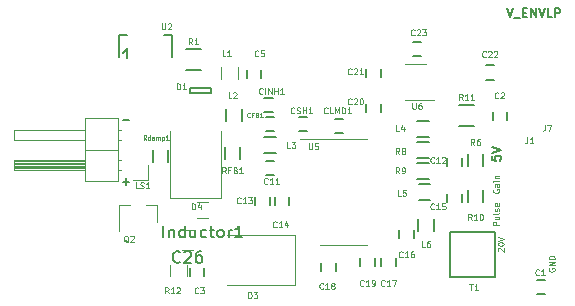
<source format=gbr>
G04 #@! TF.FileFunction,Legend,Top*
%FSLAX46Y46*%
G04 Gerber Fmt 4.6, Leading zero omitted, Abs format (unit mm)*
G04 Created by KiCad (PCBNEW 4.0.7) date Thursday, November 02, 2017 'PMt' 11:05:42 PM*
%MOMM*%
%LPD*%
G01*
G04 APERTURE LIST*
%ADD10C,0.100000*%
%ADD11C,0.127000*%
%ADD12C,0.101600*%
%ADD13C,0.120000*%
%ADD14C,0.150000*%
%ADD15C,0.076200*%
G04 APERTURE END LIST*
D10*
D11*
X129122715Y-97844429D02*
X129703286Y-97844429D01*
X129122715Y-103051429D02*
X129703286Y-103051429D01*
X129413000Y-103341714D02*
X129413000Y-102761143D01*
D12*
X165227000Y-110369047D02*
X165202810Y-110417428D01*
X165202810Y-110490000D01*
X165227000Y-110562571D01*
X165275381Y-110610952D01*
X165323762Y-110635143D01*
X165420524Y-110659333D01*
X165493095Y-110659333D01*
X165589857Y-110635143D01*
X165638238Y-110610952D01*
X165686619Y-110562571D01*
X165710810Y-110490000D01*
X165710810Y-110441619D01*
X165686619Y-110369047D01*
X165662429Y-110344857D01*
X165493095Y-110344857D01*
X165493095Y-110441619D01*
X165710810Y-110127143D02*
X165202810Y-110127143D01*
X165710810Y-109836857D01*
X165202810Y-109836857D01*
X165710810Y-109594953D02*
X165202810Y-109594953D01*
X165202810Y-109474000D01*
X165227000Y-109401429D01*
X165275381Y-109353048D01*
X165323762Y-109328857D01*
X165420524Y-109304667D01*
X165493095Y-109304667D01*
X165589857Y-109328857D01*
X165638238Y-109353048D01*
X165686619Y-109401429D01*
X165710810Y-109474000D01*
X165710810Y-109594953D01*
X160933190Y-108935762D02*
X160909000Y-108911572D01*
X160884810Y-108863191D01*
X160884810Y-108742238D01*
X160909000Y-108693857D01*
X160933190Y-108669667D01*
X160981571Y-108645476D01*
X161029952Y-108645476D01*
X161102524Y-108669667D01*
X161392810Y-108959953D01*
X161392810Y-108645476D01*
X160884810Y-108331000D02*
X160884810Y-108282619D01*
X160909000Y-108234238D01*
X160933190Y-108210047D01*
X160981571Y-108185857D01*
X161078333Y-108161666D01*
X161199286Y-108161666D01*
X161296048Y-108185857D01*
X161344429Y-108210047D01*
X161368619Y-108234238D01*
X161392810Y-108282619D01*
X161392810Y-108331000D01*
X161368619Y-108379381D01*
X161344429Y-108403571D01*
X161296048Y-108427762D01*
X161199286Y-108451952D01*
X161078333Y-108451952D01*
X160981571Y-108427762D01*
X160933190Y-108403571D01*
X160909000Y-108379381D01*
X160884810Y-108331000D01*
X160884810Y-108016523D02*
X161392810Y-107847190D01*
X160884810Y-107677856D01*
X161011810Y-106710238D02*
X160503810Y-106710238D01*
X160503810Y-106516714D01*
X160528000Y-106468333D01*
X160552190Y-106444142D01*
X160600571Y-106419952D01*
X160673143Y-106419952D01*
X160721524Y-106444142D01*
X160745714Y-106468333D01*
X160769905Y-106516714D01*
X160769905Y-106710238D01*
X160673143Y-105984523D02*
X161011810Y-105984523D01*
X160673143Y-106202238D02*
X160939238Y-106202238D01*
X160987619Y-106178047D01*
X161011810Y-106129666D01*
X161011810Y-106057095D01*
X160987619Y-106008714D01*
X160963429Y-105984523D01*
X161011810Y-105670047D02*
X160987619Y-105718428D01*
X160939238Y-105742619D01*
X160503810Y-105742619D01*
X160987619Y-105500714D02*
X161011810Y-105452333D01*
X161011810Y-105355571D01*
X160987619Y-105307190D01*
X160939238Y-105283000D01*
X160915048Y-105283000D01*
X160866667Y-105307190D01*
X160842476Y-105355571D01*
X160842476Y-105428143D01*
X160818286Y-105476524D01*
X160769905Y-105500714D01*
X160745714Y-105500714D01*
X160697333Y-105476524D01*
X160673143Y-105428143D01*
X160673143Y-105355571D01*
X160697333Y-105307190D01*
X160987619Y-104871762D02*
X161011810Y-104920143D01*
X161011810Y-105016905D01*
X160987619Y-105065286D01*
X160939238Y-105089476D01*
X160745714Y-105089476D01*
X160697333Y-105065286D01*
X160673143Y-105016905D01*
X160673143Y-104920143D01*
X160697333Y-104871762D01*
X160745714Y-104847571D01*
X160794095Y-104847571D01*
X160842476Y-105089476D01*
X160528000Y-103698523D02*
X160503810Y-103746904D01*
X160503810Y-103819476D01*
X160528000Y-103892047D01*
X160576381Y-103940428D01*
X160624762Y-103964619D01*
X160721524Y-103988809D01*
X160794095Y-103988809D01*
X160890857Y-103964619D01*
X160939238Y-103940428D01*
X160987619Y-103892047D01*
X161011810Y-103819476D01*
X161011810Y-103771095D01*
X160987619Y-103698523D01*
X160963429Y-103674333D01*
X160794095Y-103674333D01*
X160794095Y-103771095D01*
X161011810Y-103238904D02*
X160745714Y-103238904D01*
X160697333Y-103263095D01*
X160673143Y-103311476D01*
X160673143Y-103408238D01*
X160697333Y-103456619D01*
X160987619Y-103238904D02*
X161011810Y-103287285D01*
X161011810Y-103408238D01*
X160987619Y-103456619D01*
X160939238Y-103480809D01*
X160890857Y-103480809D01*
X160842476Y-103456619D01*
X160818286Y-103408238D01*
X160818286Y-103287285D01*
X160794095Y-103238904D01*
X161011810Y-102997000D02*
X160673143Y-102997000D01*
X160503810Y-102997000D02*
X160528000Y-103021190D01*
X160552190Y-102997000D01*
X160528000Y-102972809D01*
X160503810Y-102997000D01*
X160552190Y-102997000D01*
X160673143Y-102755095D02*
X161011810Y-102755095D01*
X160721524Y-102755095D02*
X160697333Y-102730904D01*
X160673143Y-102682523D01*
X160673143Y-102609952D01*
X160697333Y-102561571D01*
X160745714Y-102537380D01*
X161011810Y-102537380D01*
D11*
X160364714Y-100856142D02*
X160364714Y-101218999D01*
X160727571Y-101255285D01*
X160691286Y-101218999D01*
X160655000Y-101146428D01*
X160655000Y-100964999D01*
X160691286Y-100892428D01*
X160727571Y-100856142D01*
X160800143Y-100819857D01*
X160981571Y-100819857D01*
X161054143Y-100856142D01*
X161090429Y-100892428D01*
X161126714Y-100964999D01*
X161126714Y-101146428D01*
X161090429Y-101218999D01*
X161054143Y-101255285D01*
X160364714Y-100602143D02*
X161126714Y-100348143D01*
X160364714Y-100094143D01*
X161652857Y-88355714D02*
X161906857Y-89117714D01*
X162160857Y-88355714D01*
X162233429Y-89190286D02*
X162814000Y-89190286D01*
X162995429Y-88718571D02*
X163249429Y-88718571D01*
X163358286Y-89117714D02*
X162995429Y-89117714D01*
X162995429Y-88355714D01*
X163358286Y-88355714D01*
X163684858Y-89117714D02*
X163684858Y-88355714D01*
X164120286Y-89117714D01*
X164120286Y-88355714D01*
X164374286Y-88355714D02*
X164628286Y-89117714D01*
X164882286Y-88355714D01*
X165499144Y-89117714D02*
X165136287Y-89117714D01*
X165136287Y-88355714D01*
X165753144Y-89117714D02*
X165753144Y-88355714D01*
X166043429Y-88355714D01*
X166116001Y-88392000D01*
X166152286Y-88428286D01*
X166188572Y-88500857D01*
X166188572Y-88609714D01*
X166152286Y-88682286D01*
X166116001Y-88718571D01*
X166043429Y-88754857D01*
X165753144Y-88754857D01*
D13*
X134120000Y-108800000D02*
X135120000Y-108800000D01*
X135120000Y-107100000D02*
X134120000Y-107100000D01*
D14*
X154059000Y-99655000D02*
X155059000Y-99655000D01*
X155059000Y-101005000D02*
X154059000Y-101005000D01*
D13*
X145828000Y-108386000D02*
X149828000Y-108386000D01*
X144138000Y-99436000D02*
X149828000Y-99436000D01*
D14*
X134528000Y-91835000D02*
X135728000Y-91835000D01*
X135728000Y-93585000D02*
X134528000Y-93585000D01*
X139671500Y-94266500D02*
X139671500Y-93566500D01*
X140871500Y-93566500D02*
X140871500Y-94266500D01*
X129164080Y-92148660D02*
X129413000Y-91848940D01*
X129413000Y-91848940D02*
X129514600Y-91699080D01*
X129514600Y-91699080D02*
X129514600Y-92547440D01*
X128813560Y-90647520D02*
X128813560Y-92448380D01*
X128813560Y-90647520D02*
X129463800Y-90647520D01*
X133314440Y-90647520D02*
X133314440Y-92448380D01*
X133314440Y-90647520D02*
X132664200Y-90647520D01*
X134799500Y-95513500D02*
X136599500Y-95513500D01*
X136599500Y-95513500D02*
X136599500Y-95113500D01*
X136599500Y-95113500D02*
X134799500Y-95113500D01*
X134799500Y-95113500D02*
X134799500Y-95513500D01*
X141967000Y-102454000D02*
X141267000Y-102454000D01*
X141267000Y-101254000D02*
X141967000Y-101254000D01*
X156626000Y-101696000D02*
X156626000Y-100996000D01*
X157826000Y-100996000D02*
X157826000Y-101696000D01*
X141570000Y-104298000D02*
X141570000Y-104998000D01*
X140370000Y-104998000D02*
X140370000Y-104298000D01*
X143221000Y-104298000D02*
X143221000Y-104998000D01*
X142021000Y-104998000D02*
X142021000Y-104298000D01*
X156626000Y-104744000D02*
X156626000Y-104044000D01*
X157826000Y-104044000D02*
X157826000Y-104744000D01*
X153762000Y-107092000D02*
X153762000Y-107792000D01*
X152562000Y-107792000D02*
X152562000Y-107092000D01*
X152238000Y-109505000D02*
X152238000Y-110205000D01*
X151038000Y-110205000D02*
X151038000Y-109505000D01*
X147158000Y-109886000D02*
X147158000Y-110586000D01*
X145958000Y-110586000D02*
X145958000Y-109886000D01*
X150460000Y-109505000D02*
X150460000Y-110205000D01*
X149260000Y-110205000D02*
X149260000Y-109505000D01*
X149768000Y-97124000D02*
X149768000Y-96424000D01*
X150968000Y-96424000D02*
X150968000Y-97124000D01*
X149768000Y-94203000D02*
X149768000Y-93503000D01*
X150968000Y-93503000D02*
X150968000Y-94203000D01*
X160560500Y-94389500D02*
X159860500Y-94389500D01*
X159860500Y-93189500D02*
X160560500Y-93189500D01*
X153701000Y-91221000D02*
X154401000Y-91221000D01*
X154401000Y-92421000D02*
X153701000Y-92421000D01*
X141955000Y-98771000D02*
X141255000Y-98771000D01*
X141255000Y-97571000D02*
X141955000Y-97571000D01*
X141128000Y-95920000D02*
X141828000Y-95920000D01*
X141828000Y-97120000D02*
X141128000Y-97120000D01*
X147797000Y-98898000D02*
X147097000Y-98898000D01*
X147097000Y-97698000D02*
X147797000Y-97698000D01*
X144049000Y-97571000D02*
X144749000Y-97571000D01*
X144749000Y-98771000D02*
X144049000Y-98771000D01*
X137882000Y-97909000D02*
X137882000Y-96909000D01*
X139232000Y-96909000D02*
X139232000Y-97909000D01*
X142117000Y-100624000D02*
X141117000Y-100624000D01*
X141117000Y-99274000D02*
X142117000Y-99274000D01*
X155059000Y-99227000D02*
X154059000Y-99227000D01*
X154059000Y-97877000D02*
X155059000Y-97877000D01*
X155186000Y-104561000D02*
X154186000Y-104561000D01*
X154186000Y-103211000D02*
X155186000Y-103211000D01*
X154138000Y-107180000D02*
X154138000Y-106180000D01*
X155488000Y-106180000D02*
X155488000Y-107180000D01*
X158329000Y-101719000D02*
X158329000Y-100719000D01*
X159679000Y-100719000D02*
X159679000Y-101719000D01*
X154059000Y-101433000D02*
X155059000Y-101433000D01*
X155059000Y-102783000D02*
X154059000Y-102783000D01*
X158329000Y-104767000D02*
X158329000Y-103767000D01*
X159679000Y-103767000D02*
X159679000Y-104767000D01*
X158842000Y-98284000D02*
X157642000Y-98284000D01*
X157642000Y-96534000D02*
X158842000Y-96534000D01*
X137755000Y-101084000D02*
X137755000Y-100084000D01*
X139105000Y-100084000D02*
X139105000Y-101084000D01*
D13*
X154804000Y-93055000D02*
X153044000Y-93055000D01*
X153044000Y-96125000D02*
X155474000Y-96125000D01*
D14*
X160655000Y-111125000D02*
X160655000Y-107315000D01*
X156845000Y-107315000D02*
X160655000Y-107315000D01*
X156845000Y-111125000D02*
X156845000Y-107315000D01*
X160655000Y-111125000D02*
X156845000Y-111125000D01*
D13*
X138856000Y-93353000D02*
X138856000Y-94353000D01*
X137496000Y-94353000D02*
X137496000Y-93353000D01*
X143694500Y-111814500D02*
X143694500Y-107514500D01*
X143694500Y-107514500D02*
X137994500Y-107514500D01*
X143694500Y-111814500D02*
X137994500Y-111814500D01*
X133168500Y-104451500D02*
X137468500Y-104451500D01*
X137468500Y-104451500D02*
X137468500Y-98751500D01*
X133168500Y-104451500D02*
X133168500Y-98751500D01*
X132009000Y-105031000D02*
X131079000Y-105031000D01*
X128849000Y-105031000D02*
X129779000Y-105031000D01*
X128849000Y-105031000D02*
X128849000Y-107191000D01*
X132009000Y-105031000D02*
X132009000Y-106491000D01*
X134538000Y-110053500D02*
X134538000Y-111053500D01*
X133178000Y-111053500D02*
X133178000Y-110053500D01*
D14*
X164178500Y-111350500D02*
X164878500Y-111350500D01*
X164878500Y-112550500D02*
X164178500Y-112550500D01*
X160499500Y-97822500D02*
X160499500Y-97122500D01*
X161699500Y-97122500D02*
X161699500Y-97822500D01*
X134845500Y-111030500D02*
X134845500Y-110330500D01*
X136045500Y-110330500D02*
X136045500Y-111030500D01*
D13*
X128704500Y-102990000D02*
X128704500Y-100330000D01*
X128704500Y-100330000D02*
X125964500Y-100330000D01*
X125964500Y-100330000D02*
X125964500Y-102990000D01*
X125964500Y-102990000D02*
X128704500Y-102990000D01*
X125964500Y-102040000D02*
X125964500Y-101160000D01*
X125964500Y-101160000D02*
X119964500Y-101160000D01*
X119964500Y-101160000D02*
X119964500Y-102040000D01*
X119964500Y-102040000D02*
X125964500Y-102040000D01*
X129014500Y-102040000D02*
X128704500Y-102040000D01*
X129014500Y-101160000D02*
X128704500Y-101160000D01*
X125964500Y-101920000D02*
X119964500Y-101920000D01*
X125964500Y-101800000D02*
X119964500Y-101800000D01*
X125964500Y-101680000D02*
X119964500Y-101680000D01*
X125964500Y-101560000D02*
X119964500Y-101560000D01*
X125964500Y-101440000D02*
X119964500Y-101440000D01*
X125964500Y-101320000D02*
X119964500Y-101320000D01*
X125964500Y-101200000D02*
X119964500Y-101200000D01*
X128704500Y-100330000D02*
X128704500Y-97670000D01*
X128704500Y-97670000D02*
X125964500Y-97670000D01*
X125964500Y-97670000D02*
X125964500Y-100330000D01*
X125964500Y-100330000D02*
X128704500Y-100330000D01*
X125964500Y-99500000D02*
X125964500Y-98620000D01*
X125964500Y-98620000D02*
X119964500Y-98620000D01*
X119964500Y-98620000D02*
X119964500Y-99500000D01*
X119964500Y-99500000D02*
X125964500Y-99500000D01*
X129014500Y-99500000D02*
X128704500Y-99500000D01*
X129014500Y-98620000D02*
X128704500Y-98620000D01*
X131254500Y-101600000D02*
X131254500Y-102870000D01*
X131254500Y-102870000D02*
X129984500Y-102870000D01*
D14*
X133009000Y-100338000D02*
X133009000Y-101338000D01*
X131659000Y-101338000D02*
X131659000Y-100338000D01*
D13*
X135390000Y-104730000D02*
X136390000Y-104730000D01*
X136390000Y-106090000D02*
X135390000Y-106090000D01*
D14*
X133977143Y-109807143D02*
X133929524Y-109854762D01*
X133786667Y-109902381D01*
X133691429Y-109902381D01*
X133548571Y-109854762D01*
X133453333Y-109759524D01*
X133405714Y-109664286D01*
X133358095Y-109473810D01*
X133358095Y-109330952D01*
X133405714Y-109140476D01*
X133453333Y-109045238D01*
X133548571Y-108950000D01*
X133691429Y-108902381D01*
X133786667Y-108902381D01*
X133929524Y-108950000D01*
X133977143Y-108997619D01*
X134358095Y-108997619D02*
X134405714Y-108950000D01*
X134500952Y-108902381D01*
X134739048Y-108902381D01*
X134834286Y-108950000D01*
X134881905Y-108997619D01*
X134929524Y-109092857D01*
X134929524Y-109188095D01*
X134881905Y-109330952D01*
X134310476Y-109902381D01*
X134929524Y-109902381D01*
X135786667Y-108902381D02*
X135596190Y-108902381D01*
X135500952Y-108950000D01*
X135453333Y-108997619D01*
X135358095Y-109140476D01*
X135310476Y-109330952D01*
X135310476Y-109711905D01*
X135358095Y-109807143D01*
X135405714Y-109854762D01*
X135500952Y-109902381D01*
X135691429Y-109902381D01*
X135786667Y-109854762D01*
X135834286Y-109807143D01*
X135881905Y-109711905D01*
X135881905Y-109473810D01*
X135834286Y-109378571D01*
X135786667Y-109330952D01*
X135691429Y-109283333D01*
X135500952Y-109283333D01*
X135405714Y-109330952D01*
X135358095Y-109378571D01*
X135310476Y-109473810D01*
D12*
X152569333Y-100686810D02*
X152400000Y-100444905D01*
X152279047Y-100686810D02*
X152279047Y-100178810D01*
X152472571Y-100178810D01*
X152520952Y-100203000D01*
X152545143Y-100227190D01*
X152569333Y-100275571D01*
X152569333Y-100348143D01*
X152545143Y-100396524D01*
X152520952Y-100420714D01*
X152472571Y-100444905D01*
X152279047Y-100444905D01*
X152859619Y-100396524D02*
X152811238Y-100372333D01*
X152787047Y-100348143D01*
X152762857Y-100299762D01*
X152762857Y-100275571D01*
X152787047Y-100227190D01*
X152811238Y-100203000D01*
X152859619Y-100178810D01*
X152956381Y-100178810D01*
X153004762Y-100203000D01*
X153028952Y-100227190D01*
X153053143Y-100275571D01*
X153053143Y-100299762D01*
X153028952Y-100348143D01*
X153004762Y-100372333D01*
X152956381Y-100396524D01*
X152859619Y-100396524D01*
X152811238Y-100420714D01*
X152787047Y-100444905D01*
X152762857Y-100493286D01*
X152762857Y-100590048D01*
X152787047Y-100638429D01*
X152811238Y-100662619D01*
X152859619Y-100686810D01*
X152956381Y-100686810D01*
X153004762Y-100662619D01*
X153028952Y-100638429D01*
X153053143Y-100590048D01*
X153053143Y-100493286D01*
X153028952Y-100444905D01*
X153004762Y-100420714D01*
X152956381Y-100396524D01*
X144900952Y-99797810D02*
X144900952Y-100209048D01*
X144925143Y-100257429D01*
X144949333Y-100281619D01*
X144997714Y-100305810D01*
X145094476Y-100305810D01*
X145142857Y-100281619D01*
X145167048Y-100257429D01*
X145191238Y-100209048D01*
X145191238Y-99797810D01*
X145675047Y-99797810D02*
X145433142Y-99797810D01*
X145408952Y-100039714D01*
X145433142Y-100015524D01*
X145481523Y-99991333D01*
X145602476Y-99991333D01*
X145650857Y-100015524D01*
X145675047Y-100039714D01*
X145699238Y-100088095D01*
X145699238Y-100209048D01*
X145675047Y-100257429D01*
X145650857Y-100281619D01*
X145602476Y-100305810D01*
X145481523Y-100305810D01*
X145433142Y-100281619D01*
X145408952Y-100257429D01*
X135043333Y-91415810D02*
X134874000Y-91173905D01*
X134753047Y-91415810D02*
X134753047Y-90907810D01*
X134946571Y-90907810D01*
X134994952Y-90932000D01*
X135019143Y-90956190D01*
X135043333Y-91004571D01*
X135043333Y-91077143D01*
X135019143Y-91125524D01*
X134994952Y-91149714D01*
X134946571Y-91173905D01*
X134753047Y-91173905D01*
X135527143Y-91415810D02*
X135236857Y-91415810D01*
X135382000Y-91415810D02*
X135382000Y-90907810D01*
X135333619Y-90980381D01*
X135285238Y-91028762D01*
X135236857Y-91052952D01*
X140631333Y-92383429D02*
X140607143Y-92407619D01*
X140534571Y-92431810D01*
X140486190Y-92431810D01*
X140413619Y-92407619D01*
X140365238Y-92359238D01*
X140341047Y-92310857D01*
X140316857Y-92214095D01*
X140316857Y-92141524D01*
X140341047Y-92044762D01*
X140365238Y-91996381D01*
X140413619Y-91948000D01*
X140486190Y-91923810D01*
X140534571Y-91923810D01*
X140607143Y-91948000D01*
X140631333Y-91972190D01*
X141090952Y-91923810D02*
X140849047Y-91923810D01*
X140824857Y-92165714D01*
X140849047Y-92141524D01*
X140897428Y-92117333D01*
X141018381Y-92117333D01*
X141066762Y-92141524D01*
X141090952Y-92165714D01*
X141115143Y-92214095D01*
X141115143Y-92335048D01*
X141090952Y-92383429D01*
X141066762Y-92407619D01*
X141018381Y-92431810D01*
X140897428Y-92431810D01*
X140849047Y-92407619D01*
X140824857Y-92383429D01*
X132454952Y-89637810D02*
X132454952Y-90049048D01*
X132479143Y-90097429D01*
X132503333Y-90121619D01*
X132551714Y-90145810D01*
X132648476Y-90145810D01*
X132696857Y-90121619D01*
X132721048Y-90097429D01*
X132745238Y-90049048D01*
X132745238Y-89637810D01*
X132962952Y-89686190D02*
X132987142Y-89662000D01*
X133035523Y-89637810D01*
X133156476Y-89637810D01*
X133204857Y-89662000D01*
X133229047Y-89686190D01*
X133253238Y-89734571D01*
X133253238Y-89782952D01*
X133229047Y-89855524D01*
X132938761Y-90145810D01*
X133253238Y-90145810D01*
X133737047Y-95225810D02*
X133737047Y-94717810D01*
X133858000Y-94717810D01*
X133930571Y-94742000D01*
X133978952Y-94790381D01*
X134003143Y-94838762D01*
X134027333Y-94935524D01*
X134027333Y-95008095D01*
X134003143Y-95104857D01*
X133978952Y-95153238D01*
X133930571Y-95201619D01*
X133858000Y-95225810D01*
X133737047Y-95225810D01*
X134511143Y-95225810D02*
X134220857Y-95225810D01*
X134366000Y-95225810D02*
X134366000Y-94717810D01*
X134317619Y-94790381D01*
X134269238Y-94838762D01*
X134220857Y-94862952D01*
X141405428Y-103178429D02*
X141381238Y-103202619D01*
X141308666Y-103226810D01*
X141260285Y-103226810D01*
X141187714Y-103202619D01*
X141139333Y-103154238D01*
X141115142Y-103105857D01*
X141090952Y-103009095D01*
X141090952Y-102936524D01*
X141115142Y-102839762D01*
X141139333Y-102791381D01*
X141187714Y-102743000D01*
X141260285Y-102718810D01*
X141308666Y-102718810D01*
X141381238Y-102743000D01*
X141405428Y-102767190D01*
X141889238Y-103226810D02*
X141598952Y-103226810D01*
X141744095Y-103226810D02*
X141744095Y-102718810D01*
X141695714Y-102791381D01*
X141647333Y-102839762D01*
X141598952Y-102863952D01*
X142373048Y-103226810D02*
X142082762Y-103226810D01*
X142227905Y-103226810D02*
X142227905Y-102718810D01*
X142179524Y-102791381D01*
X142131143Y-102839762D01*
X142082762Y-102863952D01*
X155502428Y-101400429D02*
X155478238Y-101424619D01*
X155405666Y-101448810D01*
X155357285Y-101448810D01*
X155284714Y-101424619D01*
X155236333Y-101376238D01*
X155212142Y-101327857D01*
X155187952Y-101231095D01*
X155187952Y-101158524D01*
X155212142Y-101061762D01*
X155236333Y-101013381D01*
X155284714Y-100965000D01*
X155357285Y-100940810D01*
X155405666Y-100940810D01*
X155478238Y-100965000D01*
X155502428Y-100989190D01*
X155986238Y-101448810D02*
X155695952Y-101448810D01*
X155841095Y-101448810D02*
X155841095Y-100940810D01*
X155792714Y-101013381D01*
X155744333Y-101061762D01*
X155695952Y-101085952D01*
X156179762Y-100989190D02*
X156203952Y-100965000D01*
X156252333Y-100940810D01*
X156373286Y-100940810D01*
X156421667Y-100965000D01*
X156445857Y-100989190D01*
X156470048Y-101037571D01*
X156470048Y-101085952D01*
X156445857Y-101158524D01*
X156155571Y-101448810D01*
X156470048Y-101448810D01*
X139119428Y-104829429D02*
X139095238Y-104853619D01*
X139022666Y-104877810D01*
X138974285Y-104877810D01*
X138901714Y-104853619D01*
X138853333Y-104805238D01*
X138829142Y-104756857D01*
X138804952Y-104660095D01*
X138804952Y-104587524D01*
X138829142Y-104490762D01*
X138853333Y-104442381D01*
X138901714Y-104394000D01*
X138974285Y-104369810D01*
X139022666Y-104369810D01*
X139095238Y-104394000D01*
X139119428Y-104418190D01*
X139603238Y-104877810D02*
X139312952Y-104877810D01*
X139458095Y-104877810D02*
X139458095Y-104369810D01*
X139409714Y-104442381D01*
X139361333Y-104490762D01*
X139312952Y-104514952D01*
X139772571Y-104369810D02*
X140087048Y-104369810D01*
X139917714Y-104563333D01*
X139990286Y-104563333D01*
X140038667Y-104587524D01*
X140062857Y-104611714D01*
X140087048Y-104660095D01*
X140087048Y-104781048D01*
X140062857Y-104829429D01*
X140038667Y-104853619D01*
X139990286Y-104877810D01*
X139845143Y-104877810D01*
X139796762Y-104853619D01*
X139772571Y-104829429D01*
X142167428Y-106861429D02*
X142143238Y-106885619D01*
X142070666Y-106909810D01*
X142022285Y-106909810D01*
X141949714Y-106885619D01*
X141901333Y-106837238D01*
X141877142Y-106788857D01*
X141852952Y-106692095D01*
X141852952Y-106619524D01*
X141877142Y-106522762D01*
X141901333Y-106474381D01*
X141949714Y-106426000D01*
X142022285Y-106401810D01*
X142070666Y-106401810D01*
X142143238Y-106426000D01*
X142167428Y-106450190D01*
X142651238Y-106909810D02*
X142360952Y-106909810D01*
X142506095Y-106909810D02*
X142506095Y-106401810D01*
X142457714Y-106474381D01*
X142409333Y-106522762D01*
X142360952Y-106546952D01*
X143086667Y-106571143D02*
X143086667Y-106909810D01*
X142965714Y-106377619D02*
X142844762Y-106740476D01*
X143159238Y-106740476D01*
X155502428Y-105337429D02*
X155478238Y-105361619D01*
X155405666Y-105385810D01*
X155357285Y-105385810D01*
X155284714Y-105361619D01*
X155236333Y-105313238D01*
X155212142Y-105264857D01*
X155187952Y-105168095D01*
X155187952Y-105095524D01*
X155212142Y-104998762D01*
X155236333Y-104950381D01*
X155284714Y-104902000D01*
X155357285Y-104877810D01*
X155405666Y-104877810D01*
X155478238Y-104902000D01*
X155502428Y-104926190D01*
X155986238Y-105385810D02*
X155695952Y-105385810D01*
X155841095Y-105385810D02*
X155841095Y-104877810D01*
X155792714Y-104950381D01*
X155744333Y-104998762D01*
X155695952Y-105022952D01*
X156445857Y-104877810D02*
X156203952Y-104877810D01*
X156179762Y-105119714D01*
X156203952Y-105095524D01*
X156252333Y-105071333D01*
X156373286Y-105071333D01*
X156421667Y-105095524D01*
X156445857Y-105119714D01*
X156470048Y-105168095D01*
X156470048Y-105289048D01*
X156445857Y-105337429D01*
X156421667Y-105361619D01*
X156373286Y-105385810D01*
X156252333Y-105385810D01*
X156203952Y-105361619D01*
X156179762Y-105337429D01*
X152835428Y-109401429D02*
X152811238Y-109425619D01*
X152738666Y-109449810D01*
X152690285Y-109449810D01*
X152617714Y-109425619D01*
X152569333Y-109377238D01*
X152545142Y-109328857D01*
X152520952Y-109232095D01*
X152520952Y-109159524D01*
X152545142Y-109062762D01*
X152569333Y-109014381D01*
X152617714Y-108966000D01*
X152690285Y-108941810D01*
X152738666Y-108941810D01*
X152811238Y-108966000D01*
X152835428Y-108990190D01*
X153319238Y-109449810D02*
X153028952Y-109449810D01*
X153174095Y-109449810D02*
X153174095Y-108941810D01*
X153125714Y-109014381D01*
X153077333Y-109062762D01*
X153028952Y-109086952D01*
X153754667Y-108941810D02*
X153657905Y-108941810D01*
X153609524Y-108966000D01*
X153585333Y-108990190D01*
X153536952Y-109062762D01*
X153512762Y-109159524D01*
X153512762Y-109353048D01*
X153536952Y-109401429D01*
X153561143Y-109425619D01*
X153609524Y-109449810D01*
X153706286Y-109449810D01*
X153754667Y-109425619D01*
X153778857Y-109401429D01*
X153803048Y-109353048D01*
X153803048Y-109232095D01*
X153778857Y-109183714D01*
X153754667Y-109159524D01*
X153706286Y-109135333D01*
X153609524Y-109135333D01*
X153561143Y-109159524D01*
X153536952Y-109183714D01*
X153512762Y-109232095D01*
X151311428Y-111814429D02*
X151287238Y-111838619D01*
X151214666Y-111862810D01*
X151166285Y-111862810D01*
X151093714Y-111838619D01*
X151045333Y-111790238D01*
X151021142Y-111741857D01*
X150996952Y-111645095D01*
X150996952Y-111572524D01*
X151021142Y-111475762D01*
X151045333Y-111427381D01*
X151093714Y-111379000D01*
X151166285Y-111354810D01*
X151214666Y-111354810D01*
X151287238Y-111379000D01*
X151311428Y-111403190D01*
X151795238Y-111862810D02*
X151504952Y-111862810D01*
X151650095Y-111862810D02*
X151650095Y-111354810D01*
X151601714Y-111427381D01*
X151553333Y-111475762D01*
X151504952Y-111499952D01*
X151964571Y-111354810D02*
X152303238Y-111354810D01*
X152085524Y-111862810D01*
X146104428Y-112068429D02*
X146080238Y-112092619D01*
X146007666Y-112116810D01*
X145959285Y-112116810D01*
X145886714Y-112092619D01*
X145838333Y-112044238D01*
X145814142Y-111995857D01*
X145789952Y-111899095D01*
X145789952Y-111826524D01*
X145814142Y-111729762D01*
X145838333Y-111681381D01*
X145886714Y-111633000D01*
X145959285Y-111608810D01*
X146007666Y-111608810D01*
X146080238Y-111633000D01*
X146104428Y-111657190D01*
X146588238Y-112116810D02*
X146297952Y-112116810D01*
X146443095Y-112116810D02*
X146443095Y-111608810D01*
X146394714Y-111681381D01*
X146346333Y-111729762D01*
X146297952Y-111753952D01*
X146878524Y-111826524D02*
X146830143Y-111802333D01*
X146805952Y-111778143D01*
X146781762Y-111729762D01*
X146781762Y-111705571D01*
X146805952Y-111657190D01*
X146830143Y-111633000D01*
X146878524Y-111608810D01*
X146975286Y-111608810D01*
X147023667Y-111633000D01*
X147047857Y-111657190D01*
X147072048Y-111705571D01*
X147072048Y-111729762D01*
X147047857Y-111778143D01*
X147023667Y-111802333D01*
X146975286Y-111826524D01*
X146878524Y-111826524D01*
X146830143Y-111850714D01*
X146805952Y-111874905D01*
X146781762Y-111923286D01*
X146781762Y-112020048D01*
X146805952Y-112068429D01*
X146830143Y-112092619D01*
X146878524Y-112116810D01*
X146975286Y-112116810D01*
X147023667Y-112092619D01*
X147047857Y-112068429D01*
X147072048Y-112020048D01*
X147072048Y-111923286D01*
X147047857Y-111874905D01*
X147023667Y-111850714D01*
X146975286Y-111826524D01*
X149533428Y-111814429D02*
X149509238Y-111838619D01*
X149436666Y-111862810D01*
X149388285Y-111862810D01*
X149315714Y-111838619D01*
X149267333Y-111790238D01*
X149243142Y-111741857D01*
X149218952Y-111645095D01*
X149218952Y-111572524D01*
X149243142Y-111475762D01*
X149267333Y-111427381D01*
X149315714Y-111379000D01*
X149388285Y-111354810D01*
X149436666Y-111354810D01*
X149509238Y-111379000D01*
X149533428Y-111403190D01*
X150017238Y-111862810D02*
X149726952Y-111862810D01*
X149872095Y-111862810D02*
X149872095Y-111354810D01*
X149823714Y-111427381D01*
X149775333Y-111475762D01*
X149726952Y-111499952D01*
X150259143Y-111862810D02*
X150355905Y-111862810D01*
X150404286Y-111838619D01*
X150428476Y-111814429D01*
X150476857Y-111741857D01*
X150501048Y-111645095D01*
X150501048Y-111451571D01*
X150476857Y-111403190D01*
X150452667Y-111379000D01*
X150404286Y-111354810D01*
X150307524Y-111354810D01*
X150259143Y-111379000D01*
X150234952Y-111403190D01*
X150210762Y-111451571D01*
X150210762Y-111572524D01*
X150234952Y-111620905D01*
X150259143Y-111645095D01*
X150307524Y-111669286D01*
X150404286Y-111669286D01*
X150452667Y-111645095D01*
X150476857Y-111620905D01*
X150501048Y-111572524D01*
X148517428Y-96447429D02*
X148493238Y-96471619D01*
X148420666Y-96495810D01*
X148372285Y-96495810D01*
X148299714Y-96471619D01*
X148251333Y-96423238D01*
X148227142Y-96374857D01*
X148202952Y-96278095D01*
X148202952Y-96205524D01*
X148227142Y-96108762D01*
X148251333Y-96060381D01*
X148299714Y-96012000D01*
X148372285Y-95987810D01*
X148420666Y-95987810D01*
X148493238Y-96012000D01*
X148517428Y-96036190D01*
X148710952Y-96036190D02*
X148735142Y-96012000D01*
X148783523Y-95987810D01*
X148904476Y-95987810D01*
X148952857Y-96012000D01*
X148977047Y-96036190D01*
X149001238Y-96084571D01*
X149001238Y-96132952D01*
X148977047Y-96205524D01*
X148686761Y-96495810D01*
X149001238Y-96495810D01*
X149315714Y-95987810D02*
X149364095Y-95987810D01*
X149412476Y-96012000D01*
X149436667Y-96036190D01*
X149460857Y-96084571D01*
X149485048Y-96181333D01*
X149485048Y-96302286D01*
X149460857Y-96399048D01*
X149436667Y-96447429D01*
X149412476Y-96471619D01*
X149364095Y-96495810D01*
X149315714Y-96495810D01*
X149267333Y-96471619D01*
X149243143Y-96447429D01*
X149218952Y-96399048D01*
X149194762Y-96302286D01*
X149194762Y-96181333D01*
X149218952Y-96084571D01*
X149243143Y-96036190D01*
X149267333Y-96012000D01*
X149315714Y-95987810D01*
X148517428Y-93907429D02*
X148493238Y-93931619D01*
X148420666Y-93955810D01*
X148372285Y-93955810D01*
X148299714Y-93931619D01*
X148251333Y-93883238D01*
X148227142Y-93834857D01*
X148202952Y-93738095D01*
X148202952Y-93665524D01*
X148227142Y-93568762D01*
X148251333Y-93520381D01*
X148299714Y-93472000D01*
X148372285Y-93447810D01*
X148420666Y-93447810D01*
X148493238Y-93472000D01*
X148517428Y-93496190D01*
X148710952Y-93496190D02*
X148735142Y-93472000D01*
X148783523Y-93447810D01*
X148904476Y-93447810D01*
X148952857Y-93472000D01*
X148977047Y-93496190D01*
X149001238Y-93544571D01*
X149001238Y-93592952D01*
X148977047Y-93665524D01*
X148686761Y-93955810D01*
X149001238Y-93955810D01*
X149485048Y-93955810D02*
X149194762Y-93955810D01*
X149339905Y-93955810D02*
X149339905Y-93447810D01*
X149291524Y-93520381D01*
X149243143Y-93568762D01*
X149194762Y-93592952D01*
X159883928Y-92446929D02*
X159859738Y-92471119D01*
X159787166Y-92495310D01*
X159738785Y-92495310D01*
X159666214Y-92471119D01*
X159617833Y-92422738D01*
X159593642Y-92374357D01*
X159569452Y-92277595D01*
X159569452Y-92205024D01*
X159593642Y-92108262D01*
X159617833Y-92059881D01*
X159666214Y-92011500D01*
X159738785Y-91987310D01*
X159787166Y-91987310D01*
X159859738Y-92011500D01*
X159883928Y-92035690D01*
X160077452Y-92035690D02*
X160101642Y-92011500D01*
X160150023Y-91987310D01*
X160270976Y-91987310D01*
X160319357Y-92011500D01*
X160343547Y-92035690D01*
X160367738Y-92084071D01*
X160367738Y-92132452D01*
X160343547Y-92205024D01*
X160053261Y-92495310D01*
X160367738Y-92495310D01*
X160561262Y-92035690D02*
X160585452Y-92011500D01*
X160633833Y-91987310D01*
X160754786Y-91987310D01*
X160803167Y-92011500D01*
X160827357Y-92035690D01*
X160851548Y-92084071D01*
X160851548Y-92132452D01*
X160827357Y-92205024D01*
X160537071Y-92495310D01*
X160851548Y-92495310D01*
X153851428Y-90605429D02*
X153827238Y-90629619D01*
X153754666Y-90653810D01*
X153706285Y-90653810D01*
X153633714Y-90629619D01*
X153585333Y-90581238D01*
X153561142Y-90532857D01*
X153536952Y-90436095D01*
X153536952Y-90363524D01*
X153561142Y-90266762D01*
X153585333Y-90218381D01*
X153633714Y-90170000D01*
X153706285Y-90145810D01*
X153754666Y-90145810D01*
X153827238Y-90170000D01*
X153851428Y-90194190D01*
X154044952Y-90194190D02*
X154069142Y-90170000D01*
X154117523Y-90145810D01*
X154238476Y-90145810D01*
X154286857Y-90170000D01*
X154311047Y-90194190D01*
X154335238Y-90242571D01*
X154335238Y-90290952D01*
X154311047Y-90363524D01*
X154020761Y-90653810D01*
X154335238Y-90653810D01*
X154504571Y-90145810D02*
X154819048Y-90145810D01*
X154649714Y-90339333D01*
X154722286Y-90339333D01*
X154770667Y-90363524D01*
X154794857Y-90387714D01*
X154819048Y-90436095D01*
X154819048Y-90557048D01*
X154794857Y-90605429D01*
X154770667Y-90629619D01*
X154722286Y-90653810D01*
X154577143Y-90653810D01*
X154528762Y-90629619D01*
X154504571Y-90605429D01*
D15*
X139917715Y-97545071D02*
X139899572Y-97563214D01*
X139845143Y-97581357D01*
X139808857Y-97581357D01*
X139754429Y-97563214D01*
X139718143Y-97526929D01*
X139700000Y-97490643D01*
X139681857Y-97418071D01*
X139681857Y-97363643D01*
X139700000Y-97291071D01*
X139718143Y-97254786D01*
X139754429Y-97218500D01*
X139808857Y-97200357D01*
X139845143Y-97200357D01*
X139899572Y-97218500D01*
X139917715Y-97236643D01*
X140208000Y-97381786D02*
X140081000Y-97381786D01*
X140081000Y-97581357D02*
X140081000Y-97200357D01*
X140262429Y-97200357D01*
X140534571Y-97381786D02*
X140589000Y-97399929D01*
X140607143Y-97418071D01*
X140625286Y-97454357D01*
X140625286Y-97508786D01*
X140607143Y-97545071D01*
X140589000Y-97563214D01*
X140552714Y-97581357D01*
X140407571Y-97581357D01*
X140407571Y-97200357D01*
X140534571Y-97200357D01*
X140570857Y-97218500D01*
X140589000Y-97236643D01*
X140607143Y-97272929D01*
X140607143Y-97309214D01*
X140589000Y-97345500D01*
X140570857Y-97363643D01*
X140534571Y-97381786D01*
X140407571Y-97381786D01*
X140988143Y-97581357D02*
X140770428Y-97581357D01*
X140879286Y-97581357D02*
X140879286Y-97200357D01*
X140843000Y-97254786D01*
X140806714Y-97291071D01*
X140770428Y-97309214D01*
D12*
X140994191Y-95558429D02*
X140970001Y-95582619D01*
X140897429Y-95606810D01*
X140849048Y-95606810D01*
X140776477Y-95582619D01*
X140728096Y-95534238D01*
X140703905Y-95485857D01*
X140679715Y-95389095D01*
X140679715Y-95316524D01*
X140703905Y-95219762D01*
X140728096Y-95171381D01*
X140776477Y-95123000D01*
X140849048Y-95098810D01*
X140897429Y-95098810D01*
X140970001Y-95123000D01*
X140994191Y-95147190D01*
X141211905Y-95606810D02*
X141211905Y-95098810D01*
X141453810Y-95606810D02*
X141453810Y-95098810D01*
X141744096Y-95606810D01*
X141744096Y-95098810D01*
X141986000Y-95606810D02*
X141986000Y-95098810D01*
X141986000Y-95340714D02*
X142276286Y-95340714D01*
X142276286Y-95606810D02*
X142276286Y-95098810D01*
X142784286Y-95606810D02*
X142494000Y-95606810D01*
X142639143Y-95606810D02*
X142639143Y-95098810D01*
X142590762Y-95171381D01*
X142542381Y-95219762D01*
X142494000Y-95243952D01*
X146485429Y-97209429D02*
X146461239Y-97233619D01*
X146388667Y-97257810D01*
X146340286Y-97257810D01*
X146267715Y-97233619D01*
X146219334Y-97185238D01*
X146195143Y-97136857D01*
X146170953Y-97040095D01*
X146170953Y-96967524D01*
X146195143Y-96870762D01*
X146219334Y-96822381D01*
X146267715Y-96774000D01*
X146340286Y-96749810D01*
X146388667Y-96749810D01*
X146461239Y-96774000D01*
X146485429Y-96798190D01*
X146945048Y-97257810D02*
X146703143Y-97257810D01*
X146703143Y-96749810D01*
X147114381Y-97257810D02*
X147114381Y-96749810D01*
X147283715Y-97112667D01*
X147453048Y-96749810D01*
X147453048Y-97257810D01*
X147694952Y-97257810D02*
X147694952Y-96749810D01*
X147815905Y-96749810D01*
X147888476Y-96774000D01*
X147936857Y-96822381D01*
X147961048Y-96870762D01*
X147985238Y-96967524D01*
X147985238Y-97040095D01*
X147961048Y-97136857D01*
X147936857Y-97185238D01*
X147888476Y-97233619D01*
X147815905Y-97257810D01*
X147694952Y-97257810D01*
X148469048Y-97257810D02*
X148178762Y-97257810D01*
X148323905Y-97257810D02*
X148323905Y-96749810D01*
X148275524Y-96822381D01*
X148227143Y-96870762D01*
X148178762Y-96894952D01*
X143679333Y-97209429D02*
X143655143Y-97233619D01*
X143582571Y-97257810D01*
X143534190Y-97257810D01*
X143461619Y-97233619D01*
X143413238Y-97185238D01*
X143389047Y-97136857D01*
X143364857Y-97040095D01*
X143364857Y-96967524D01*
X143389047Y-96870762D01*
X143413238Y-96822381D01*
X143461619Y-96774000D01*
X143534190Y-96749810D01*
X143582571Y-96749810D01*
X143655143Y-96774000D01*
X143679333Y-96798190D01*
X143872857Y-97233619D02*
X143945428Y-97257810D01*
X144066381Y-97257810D01*
X144114762Y-97233619D01*
X144138952Y-97209429D01*
X144163143Y-97161048D01*
X144163143Y-97112667D01*
X144138952Y-97064286D01*
X144114762Y-97040095D01*
X144066381Y-97015905D01*
X143969619Y-96991714D01*
X143921238Y-96967524D01*
X143897047Y-96943333D01*
X143872857Y-96894952D01*
X143872857Y-96846571D01*
X143897047Y-96798190D01*
X143921238Y-96774000D01*
X143969619Y-96749810D01*
X144090571Y-96749810D01*
X144163143Y-96774000D01*
X144380857Y-97257810D02*
X144380857Y-96749810D01*
X144380857Y-96991714D02*
X144671143Y-96991714D01*
X144671143Y-97257810D02*
X144671143Y-96749810D01*
X145179143Y-97257810D02*
X144888857Y-97257810D01*
X145034000Y-97257810D02*
X145034000Y-96749810D01*
X144985619Y-96822381D01*
X144937238Y-96870762D01*
X144888857Y-96894952D01*
X138345333Y-95987810D02*
X138103428Y-95987810D01*
X138103428Y-95479810D01*
X138490476Y-95528190D02*
X138514666Y-95504000D01*
X138563047Y-95479810D01*
X138684000Y-95479810D01*
X138732381Y-95504000D01*
X138756571Y-95528190D01*
X138780762Y-95576571D01*
X138780762Y-95624952D01*
X138756571Y-95697524D01*
X138466285Y-95987810D01*
X138780762Y-95987810D01*
X143310333Y-100178810D02*
X143068428Y-100178810D01*
X143068428Y-99670810D01*
X143431285Y-99670810D02*
X143745762Y-99670810D01*
X143576428Y-99864333D01*
X143649000Y-99864333D01*
X143697381Y-99888524D01*
X143721571Y-99912714D01*
X143745762Y-99961095D01*
X143745762Y-100082048D01*
X143721571Y-100130429D01*
X143697381Y-100154619D01*
X143649000Y-100178810D01*
X143503857Y-100178810D01*
X143455476Y-100154619D01*
X143431285Y-100130429D01*
X152557333Y-98781810D02*
X152315428Y-98781810D01*
X152315428Y-98273810D01*
X152944381Y-98443143D02*
X152944381Y-98781810D01*
X152823428Y-98249619D02*
X152702476Y-98612476D01*
X153016952Y-98612476D01*
X152684333Y-104242810D02*
X152442428Y-104242810D01*
X152442428Y-103734810D01*
X153095571Y-103734810D02*
X152853666Y-103734810D01*
X152829476Y-103976714D01*
X152853666Y-103952524D01*
X152902047Y-103928333D01*
X153023000Y-103928333D01*
X153071381Y-103952524D01*
X153095571Y-103976714D01*
X153119762Y-104025095D01*
X153119762Y-104146048D01*
X153095571Y-104194429D01*
X153071381Y-104218619D01*
X153023000Y-104242810D01*
X152902047Y-104242810D01*
X152853666Y-104218619D01*
X152829476Y-104194429D01*
X154728333Y-108560810D02*
X154486428Y-108560810D01*
X154486428Y-108052810D01*
X155115381Y-108052810D02*
X155018619Y-108052810D01*
X154970238Y-108077000D01*
X154946047Y-108101190D01*
X154897666Y-108173762D01*
X154873476Y-108270524D01*
X154873476Y-108464048D01*
X154897666Y-108512429D01*
X154921857Y-108536619D01*
X154970238Y-108560810D01*
X155067000Y-108560810D01*
X155115381Y-108536619D01*
X155139571Y-108512429D01*
X155163762Y-108464048D01*
X155163762Y-108343095D01*
X155139571Y-108294714D01*
X155115381Y-108270524D01*
X155067000Y-108246333D01*
X154970238Y-108246333D01*
X154921857Y-108270524D01*
X154897666Y-108294714D01*
X154873476Y-108343095D01*
X158919333Y-99924810D02*
X158750000Y-99682905D01*
X158629047Y-99924810D02*
X158629047Y-99416810D01*
X158822571Y-99416810D01*
X158870952Y-99441000D01*
X158895143Y-99465190D01*
X158919333Y-99513571D01*
X158919333Y-99586143D01*
X158895143Y-99634524D01*
X158870952Y-99658714D01*
X158822571Y-99682905D01*
X158629047Y-99682905D01*
X159354762Y-99416810D02*
X159258000Y-99416810D01*
X159209619Y-99441000D01*
X159185428Y-99465190D01*
X159137047Y-99537762D01*
X159112857Y-99634524D01*
X159112857Y-99828048D01*
X159137047Y-99876429D01*
X159161238Y-99900619D01*
X159209619Y-99924810D01*
X159306381Y-99924810D01*
X159354762Y-99900619D01*
X159378952Y-99876429D01*
X159403143Y-99828048D01*
X159403143Y-99707095D01*
X159378952Y-99658714D01*
X159354762Y-99634524D01*
X159306381Y-99610333D01*
X159209619Y-99610333D01*
X159161238Y-99634524D01*
X159137047Y-99658714D01*
X159112857Y-99707095D01*
X152557333Y-102337810D02*
X152388000Y-102095905D01*
X152267047Y-102337810D02*
X152267047Y-101829810D01*
X152460571Y-101829810D01*
X152508952Y-101854000D01*
X152533143Y-101878190D01*
X152557333Y-101926571D01*
X152557333Y-101999143D01*
X152533143Y-102047524D01*
X152508952Y-102071714D01*
X152460571Y-102095905D01*
X152267047Y-102095905D01*
X152799238Y-102337810D02*
X152896000Y-102337810D01*
X152944381Y-102313619D01*
X152968571Y-102289429D01*
X153016952Y-102216857D01*
X153041143Y-102120095D01*
X153041143Y-101926571D01*
X153016952Y-101878190D01*
X152992762Y-101854000D01*
X152944381Y-101829810D01*
X152847619Y-101829810D01*
X152799238Y-101854000D01*
X152775047Y-101878190D01*
X152750857Y-101926571D01*
X152750857Y-102047524D01*
X152775047Y-102095905D01*
X152799238Y-102120095D01*
X152847619Y-102144286D01*
X152944381Y-102144286D01*
X152992762Y-102120095D01*
X153016952Y-102095905D01*
X153041143Y-102047524D01*
X158677428Y-106274810D02*
X158508095Y-106032905D01*
X158387142Y-106274810D02*
X158387142Y-105766810D01*
X158580666Y-105766810D01*
X158629047Y-105791000D01*
X158653238Y-105815190D01*
X158677428Y-105863571D01*
X158677428Y-105936143D01*
X158653238Y-105984524D01*
X158629047Y-106008714D01*
X158580666Y-106032905D01*
X158387142Y-106032905D01*
X159161238Y-106274810D02*
X158870952Y-106274810D01*
X159016095Y-106274810D02*
X159016095Y-105766810D01*
X158967714Y-105839381D01*
X158919333Y-105887762D01*
X158870952Y-105911952D01*
X159475714Y-105766810D02*
X159524095Y-105766810D01*
X159572476Y-105791000D01*
X159596667Y-105815190D01*
X159620857Y-105863571D01*
X159645048Y-105960333D01*
X159645048Y-106081286D01*
X159620857Y-106178048D01*
X159596667Y-106226429D01*
X159572476Y-106250619D01*
X159524095Y-106274810D01*
X159475714Y-106274810D01*
X159427333Y-106250619D01*
X159403143Y-106226429D01*
X159378952Y-106178048D01*
X159354762Y-106081286D01*
X159354762Y-105960333D01*
X159378952Y-105863571D01*
X159403143Y-105815190D01*
X159427333Y-105791000D01*
X159475714Y-105766810D01*
X157915428Y-96114810D02*
X157746095Y-95872905D01*
X157625142Y-96114810D02*
X157625142Y-95606810D01*
X157818666Y-95606810D01*
X157867047Y-95631000D01*
X157891238Y-95655190D01*
X157915428Y-95703571D01*
X157915428Y-95776143D01*
X157891238Y-95824524D01*
X157867047Y-95848714D01*
X157818666Y-95872905D01*
X157625142Y-95872905D01*
X158399238Y-96114810D02*
X158108952Y-96114810D01*
X158254095Y-96114810D02*
X158254095Y-95606810D01*
X158205714Y-95679381D01*
X158157333Y-95727762D01*
X158108952Y-95751952D01*
X158883048Y-96114810D02*
X158592762Y-96114810D01*
X158737905Y-96114810D02*
X158737905Y-95606810D01*
X158689524Y-95679381D01*
X158641143Y-95727762D01*
X158592762Y-95751952D01*
X137873619Y-102337810D02*
X137704286Y-102095905D01*
X137583333Y-102337810D02*
X137583333Y-101829810D01*
X137776857Y-101829810D01*
X137825238Y-101854000D01*
X137849429Y-101878190D01*
X137873619Y-101926571D01*
X137873619Y-101999143D01*
X137849429Y-102047524D01*
X137825238Y-102071714D01*
X137776857Y-102095905D01*
X137583333Y-102095905D01*
X138260667Y-102071714D02*
X138091333Y-102071714D01*
X138091333Y-102337810D02*
X138091333Y-101829810D01*
X138333238Y-101829810D01*
X138696096Y-102071714D02*
X138768667Y-102095905D01*
X138792858Y-102120095D01*
X138817048Y-102168476D01*
X138817048Y-102241048D01*
X138792858Y-102289429D01*
X138768667Y-102313619D01*
X138720286Y-102337810D01*
X138526762Y-102337810D01*
X138526762Y-101829810D01*
X138696096Y-101829810D01*
X138744477Y-101854000D01*
X138768667Y-101878190D01*
X138792858Y-101926571D01*
X138792858Y-101974952D01*
X138768667Y-102023333D01*
X138744477Y-102047524D01*
X138696096Y-102071714D01*
X138526762Y-102071714D01*
X139300858Y-102337810D02*
X139010572Y-102337810D01*
X139155715Y-102337810D02*
X139155715Y-101829810D01*
X139107334Y-101902381D01*
X139058953Y-101950762D01*
X139010572Y-101974952D01*
X153663952Y-96368810D02*
X153663952Y-96780048D01*
X153688143Y-96828429D01*
X153712333Y-96852619D01*
X153760714Y-96876810D01*
X153857476Y-96876810D01*
X153905857Y-96852619D01*
X153930048Y-96828429D01*
X153954238Y-96780048D01*
X153954238Y-96368810D01*
X154413857Y-96368810D02*
X154317095Y-96368810D01*
X154268714Y-96393000D01*
X154244523Y-96417190D01*
X154196142Y-96489762D01*
X154171952Y-96586524D01*
X154171952Y-96780048D01*
X154196142Y-96828429D01*
X154220333Y-96852619D01*
X154268714Y-96876810D01*
X154365476Y-96876810D01*
X154413857Y-96852619D01*
X154438047Y-96828429D01*
X154462238Y-96780048D01*
X154462238Y-96659095D01*
X154438047Y-96610714D01*
X154413857Y-96586524D01*
X154365476Y-96562333D01*
X154268714Y-96562333D01*
X154220333Y-96586524D01*
X154196142Y-96610714D01*
X154171952Y-96659095D01*
X158489952Y-111735810D02*
X158780238Y-111735810D01*
X158635095Y-112243810D02*
X158635095Y-111735810D01*
X159215667Y-112243810D02*
X158925381Y-112243810D01*
X159070524Y-112243810D02*
X159070524Y-111735810D01*
X159022143Y-111808381D01*
X158973762Y-111856762D01*
X158925381Y-111880952D01*
X137837333Y-92431810D02*
X137595428Y-92431810D01*
X137595428Y-91923810D01*
X138272762Y-92431810D02*
X137982476Y-92431810D01*
X138127619Y-92431810D02*
X138127619Y-91923810D01*
X138079238Y-91996381D01*
X138030857Y-92044762D01*
X137982476Y-92068952D01*
X139769547Y-112894310D02*
X139769547Y-112386310D01*
X139890500Y-112386310D01*
X139963071Y-112410500D01*
X140011452Y-112458881D01*
X140035643Y-112507262D01*
X140059833Y-112604024D01*
X140059833Y-112676595D01*
X140035643Y-112773357D01*
X140011452Y-112821738D01*
X139963071Y-112870119D01*
X139890500Y-112894310D01*
X139769547Y-112894310D01*
X140229166Y-112386310D02*
X140543643Y-112386310D01*
X140374309Y-112579833D01*
X140446881Y-112579833D01*
X140495262Y-112604024D01*
X140519452Y-112628214D01*
X140543643Y-112676595D01*
X140543643Y-112797548D01*
X140519452Y-112845929D01*
X140495262Y-112870119D01*
X140446881Y-112894310D01*
X140301738Y-112894310D01*
X140253357Y-112870119D01*
X140229166Y-112845929D01*
X135007047Y-105385810D02*
X135007047Y-104877810D01*
X135128000Y-104877810D01*
X135200571Y-104902000D01*
X135248952Y-104950381D01*
X135273143Y-104998762D01*
X135297333Y-105095524D01*
X135297333Y-105168095D01*
X135273143Y-105264857D01*
X135248952Y-105313238D01*
X135200571Y-105361619D01*
X135128000Y-105385810D01*
X135007047Y-105385810D01*
X135732762Y-105047143D02*
X135732762Y-105385810D01*
X135611809Y-104853619D02*
X135490857Y-105216476D01*
X135805333Y-105216476D01*
X129618619Y-108164690D02*
X129570238Y-108140500D01*
X129521857Y-108092119D01*
X129449286Y-108019548D01*
X129400905Y-107995357D01*
X129352524Y-107995357D01*
X129376714Y-108116310D02*
X129328333Y-108092119D01*
X129279952Y-108043738D01*
X129255762Y-107946976D01*
X129255762Y-107777643D01*
X129279952Y-107680881D01*
X129328333Y-107632500D01*
X129376714Y-107608310D01*
X129473476Y-107608310D01*
X129521857Y-107632500D01*
X129570238Y-107680881D01*
X129594429Y-107777643D01*
X129594429Y-107946976D01*
X129570238Y-108043738D01*
X129521857Y-108092119D01*
X129473476Y-108116310D01*
X129376714Y-108116310D01*
X129787952Y-107656690D02*
X129812142Y-107632500D01*
X129860523Y-107608310D01*
X129981476Y-107608310D01*
X130029857Y-107632500D01*
X130054047Y-107656690D01*
X130078238Y-107705071D01*
X130078238Y-107753452D01*
X130054047Y-107826024D01*
X129763761Y-108116310D01*
X130078238Y-108116310D01*
X133023428Y-112497810D02*
X132854095Y-112255905D01*
X132733142Y-112497810D02*
X132733142Y-111989810D01*
X132926666Y-111989810D01*
X132975047Y-112014000D01*
X132999238Y-112038190D01*
X133023428Y-112086571D01*
X133023428Y-112159143D01*
X132999238Y-112207524D01*
X132975047Y-112231714D01*
X132926666Y-112255905D01*
X132733142Y-112255905D01*
X133507238Y-112497810D02*
X133216952Y-112497810D01*
X133362095Y-112497810D02*
X133362095Y-111989810D01*
X133313714Y-112062381D01*
X133265333Y-112110762D01*
X133216952Y-112134952D01*
X133700762Y-112038190D02*
X133724952Y-112014000D01*
X133773333Y-111989810D01*
X133894286Y-111989810D01*
X133942667Y-112014000D01*
X133966857Y-112038190D01*
X133991048Y-112086571D01*
X133991048Y-112134952D01*
X133966857Y-112207524D01*
X133676571Y-112497810D01*
X133991048Y-112497810D01*
X164380333Y-110925429D02*
X164356143Y-110949619D01*
X164283571Y-110973810D01*
X164235190Y-110973810D01*
X164162619Y-110949619D01*
X164114238Y-110901238D01*
X164090047Y-110852857D01*
X164065857Y-110756095D01*
X164065857Y-110683524D01*
X164090047Y-110586762D01*
X164114238Y-110538381D01*
X164162619Y-110490000D01*
X164235190Y-110465810D01*
X164283571Y-110465810D01*
X164356143Y-110490000D01*
X164380333Y-110514190D01*
X164864143Y-110973810D02*
X164573857Y-110973810D01*
X164719000Y-110973810D02*
X164719000Y-110465810D01*
X164670619Y-110538381D01*
X164622238Y-110586762D01*
X164573857Y-110610952D01*
X160951333Y-95939429D02*
X160927143Y-95963619D01*
X160854571Y-95987810D01*
X160806190Y-95987810D01*
X160733619Y-95963619D01*
X160685238Y-95915238D01*
X160661047Y-95866857D01*
X160636857Y-95770095D01*
X160636857Y-95697524D01*
X160661047Y-95600762D01*
X160685238Y-95552381D01*
X160733619Y-95504000D01*
X160806190Y-95479810D01*
X160854571Y-95479810D01*
X160927143Y-95504000D01*
X160951333Y-95528190D01*
X161144857Y-95528190D02*
X161169047Y-95504000D01*
X161217428Y-95479810D01*
X161338381Y-95479810D01*
X161386762Y-95504000D01*
X161410952Y-95528190D01*
X161435143Y-95576571D01*
X161435143Y-95624952D01*
X161410952Y-95697524D01*
X161120666Y-95987810D01*
X161435143Y-95987810D01*
X135551333Y-112449429D02*
X135527143Y-112473619D01*
X135454571Y-112497810D01*
X135406190Y-112497810D01*
X135333619Y-112473619D01*
X135285238Y-112425238D01*
X135261047Y-112376857D01*
X135236857Y-112280095D01*
X135236857Y-112207524D01*
X135261047Y-112110762D01*
X135285238Y-112062381D01*
X135333619Y-112014000D01*
X135406190Y-111989810D01*
X135454571Y-111989810D01*
X135527143Y-112014000D01*
X135551333Y-112038190D01*
X135720666Y-111989810D02*
X136035143Y-111989810D01*
X135865809Y-112183333D01*
X135938381Y-112183333D01*
X135986762Y-112207524D01*
X136010952Y-112231714D01*
X136035143Y-112280095D01*
X136035143Y-112401048D01*
X136010952Y-112449429D01*
X135986762Y-112473619D01*
X135938381Y-112497810D01*
X135793238Y-112497810D01*
X135744857Y-112473619D01*
X135720666Y-112449429D01*
X163406666Y-99289810D02*
X163406666Y-99652667D01*
X163382476Y-99725238D01*
X163334095Y-99773619D01*
X163261523Y-99797810D01*
X163213142Y-99797810D01*
X163914667Y-99797810D02*
X163624381Y-99797810D01*
X163769524Y-99797810D02*
X163769524Y-99289810D01*
X163721143Y-99362381D01*
X163672762Y-99410762D01*
X163624381Y-99434952D01*
X130483428Y-103607810D02*
X130241523Y-103607810D01*
X130241523Y-103099810D01*
X130628571Y-103583619D02*
X130701142Y-103607810D01*
X130822095Y-103607810D01*
X130870476Y-103583619D01*
X130894666Y-103559429D01*
X130918857Y-103511048D01*
X130918857Y-103462667D01*
X130894666Y-103414286D01*
X130870476Y-103390095D01*
X130822095Y-103365905D01*
X130725333Y-103341714D01*
X130676952Y-103317524D01*
X130652761Y-103293333D01*
X130628571Y-103244952D01*
X130628571Y-103196571D01*
X130652761Y-103148190D01*
X130676952Y-103124000D01*
X130725333Y-103099810D01*
X130846285Y-103099810D01*
X130918857Y-103124000D01*
X131402667Y-103607810D02*
X131112381Y-103607810D01*
X131257524Y-103607810D02*
X131257524Y-103099810D01*
X131209143Y-103172381D01*
X131160762Y-103220762D01*
X131112381Y-103244952D01*
D15*
X131118430Y-99486357D02*
X130991430Y-99304929D01*
X130900715Y-99486357D02*
X130900715Y-99105357D01*
X131045858Y-99105357D01*
X131082144Y-99123500D01*
X131100287Y-99141643D01*
X131118430Y-99177929D01*
X131118430Y-99232357D01*
X131100287Y-99268643D01*
X131082144Y-99286786D01*
X131045858Y-99304929D01*
X130900715Y-99304929D01*
X131445001Y-99486357D02*
X131445001Y-99105357D01*
X131445001Y-99468214D02*
X131408715Y-99486357D01*
X131336144Y-99486357D01*
X131299858Y-99468214D01*
X131281715Y-99450071D01*
X131263572Y-99413786D01*
X131263572Y-99304929D01*
X131281715Y-99268643D01*
X131299858Y-99250500D01*
X131336144Y-99232357D01*
X131408715Y-99232357D01*
X131445001Y-99250500D01*
X131789715Y-99486357D02*
X131789715Y-99286786D01*
X131771572Y-99250500D01*
X131735286Y-99232357D01*
X131662715Y-99232357D01*
X131626429Y-99250500D01*
X131789715Y-99468214D02*
X131753429Y-99486357D01*
X131662715Y-99486357D01*
X131626429Y-99468214D01*
X131608286Y-99431929D01*
X131608286Y-99395643D01*
X131626429Y-99359357D01*
X131662715Y-99341214D01*
X131753429Y-99341214D01*
X131789715Y-99323071D01*
X131971143Y-99486357D02*
X131971143Y-99232357D01*
X131971143Y-99268643D02*
X131989286Y-99250500D01*
X132025572Y-99232357D01*
X132080000Y-99232357D01*
X132116286Y-99250500D01*
X132134429Y-99286786D01*
X132134429Y-99486357D01*
X132134429Y-99286786D02*
X132152572Y-99250500D01*
X132188858Y-99232357D01*
X132243286Y-99232357D01*
X132279572Y-99250500D01*
X132297715Y-99286786D01*
X132297715Y-99486357D01*
X132479143Y-99232357D02*
X132479143Y-99613357D01*
X132479143Y-99250500D02*
X132515429Y-99232357D01*
X132588000Y-99232357D01*
X132624286Y-99250500D01*
X132642429Y-99268643D01*
X132660572Y-99304929D01*
X132660572Y-99413786D01*
X132642429Y-99450071D01*
X132624286Y-99468214D01*
X132588000Y-99486357D01*
X132515429Y-99486357D01*
X132479143Y-99468214D01*
X133023429Y-99486357D02*
X132805714Y-99486357D01*
X132914572Y-99486357D02*
X132914572Y-99105357D01*
X132878286Y-99159786D01*
X132842000Y-99196071D01*
X132805714Y-99214214D01*
D12*
X164871666Y-98202810D02*
X164871666Y-98565667D01*
X164847476Y-98638238D01*
X164799095Y-98686619D01*
X164726523Y-98710810D01*
X164678142Y-98710810D01*
X165065190Y-98202810D02*
X165403857Y-98202810D01*
X165186143Y-98710810D01*
D14*
X132580476Y-107762381D02*
X132580476Y-106762381D01*
X133056666Y-107095714D02*
X133056666Y-107762381D01*
X133056666Y-107190952D02*
X133104285Y-107143333D01*
X133199523Y-107095714D01*
X133342381Y-107095714D01*
X133437619Y-107143333D01*
X133485238Y-107238571D01*
X133485238Y-107762381D01*
X134390000Y-107762381D02*
X134390000Y-106762381D01*
X134390000Y-107714762D02*
X134294762Y-107762381D01*
X134104285Y-107762381D01*
X134009047Y-107714762D01*
X133961428Y-107667143D01*
X133913809Y-107571905D01*
X133913809Y-107286190D01*
X133961428Y-107190952D01*
X134009047Y-107143333D01*
X134104285Y-107095714D01*
X134294762Y-107095714D01*
X134390000Y-107143333D01*
X135294762Y-107095714D02*
X135294762Y-107762381D01*
X134866190Y-107095714D02*
X134866190Y-107619524D01*
X134913809Y-107714762D01*
X135009047Y-107762381D01*
X135151905Y-107762381D01*
X135247143Y-107714762D01*
X135294762Y-107667143D01*
X136199524Y-107714762D02*
X136104286Y-107762381D01*
X135913809Y-107762381D01*
X135818571Y-107714762D01*
X135770952Y-107667143D01*
X135723333Y-107571905D01*
X135723333Y-107286190D01*
X135770952Y-107190952D01*
X135818571Y-107143333D01*
X135913809Y-107095714D01*
X136104286Y-107095714D01*
X136199524Y-107143333D01*
X136485238Y-107095714D02*
X136866190Y-107095714D01*
X136628095Y-106762381D02*
X136628095Y-107619524D01*
X136675714Y-107714762D01*
X136770952Y-107762381D01*
X136866190Y-107762381D01*
X137342381Y-107762381D02*
X137247143Y-107714762D01*
X137199524Y-107667143D01*
X137151905Y-107571905D01*
X137151905Y-107286190D01*
X137199524Y-107190952D01*
X137247143Y-107143333D01*
X137342381Y-107095714D01*
X137485239Y-107095714D01*
X137580477Y-107143333D01*
X137628096Y-107190952D01*
X137675715Y-107286190D01*
X137675715Y-107571905D01*
X137628096Y-107667143D01*
X137580477Y-107714762D01*
X137485239Y-107762381D01*
X137342381Y-107762381D01*
X138104286Y-107762381D02*
X138104286Y-107095714D01*
X138104286Y-107286190D02*
X138151905Y-107190952D01*
X138199524Y-107143333D01*
X138294762Y-107095714D01*
X138390001Y-107095714D01*
X139247144Y-107762381D02*
X138675715Y-107762381D01*
X138961429Y-107762381D02*
X138961429Y-106762381D01*
X138866191Y-106905238D01*
X138770953Y-107000476D01*
X138675715Y-107048095D01*
M02*

</source>
